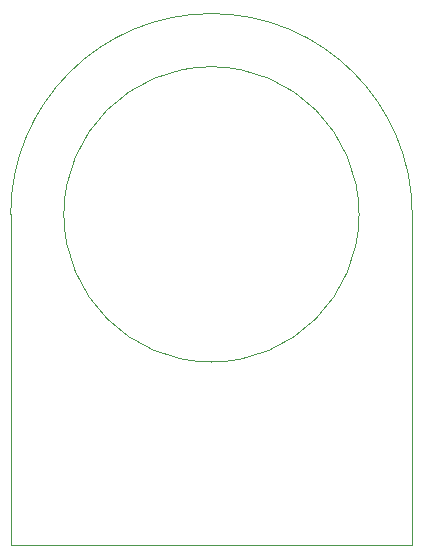
<source format=gbr>
%TF.GenerationSoftware,KiCad,Pcbnew,7.0.5+dfsg-2*%
%TF.CreationDate,2024-03-17T17:57:41+01:00*%
%TF.ProjectId,microscope-lamp-pcb,6d696372-6f73-4636-9f70-652d6c616d70,1*%
%TF.SameCoordinates,Original*%
%TF.FileFunction,Profile,NP*%
%FSLAX46Y46*%
G04 Gerber Fmt 4.6, Leading zero omitted, Abs format (unit mm)*
G04 Created by KiCad (PCBNEW 7.0.5+dfsg-2) date 2024-03-17 17:57:41*
%MOMM*%
%LPD*%
G01*
G04 APERTURE LIST*
%TA.AperFunction,Profile*%
%ADD10C,0.100000*%
%TD*%
G04 APERTURE END LIST*
D10*
X162500000Y-100000000D02*
G75*
G03*
X162500000Y-100000000I-12500000J0D01*
G01*
X167000000Y-128000000D02*
X167000000Y-100000000D01*
X133000000Y-128000000D02*
X167000000Y-128000000D01*
X167000000Y-100000000D02*
G75*
G03*
X133000000Y-100000000I-17000000J0D01*
G01*
X133000000Y-100000000D02*
X133000000Y-128000000D01*
M02*

</source>
